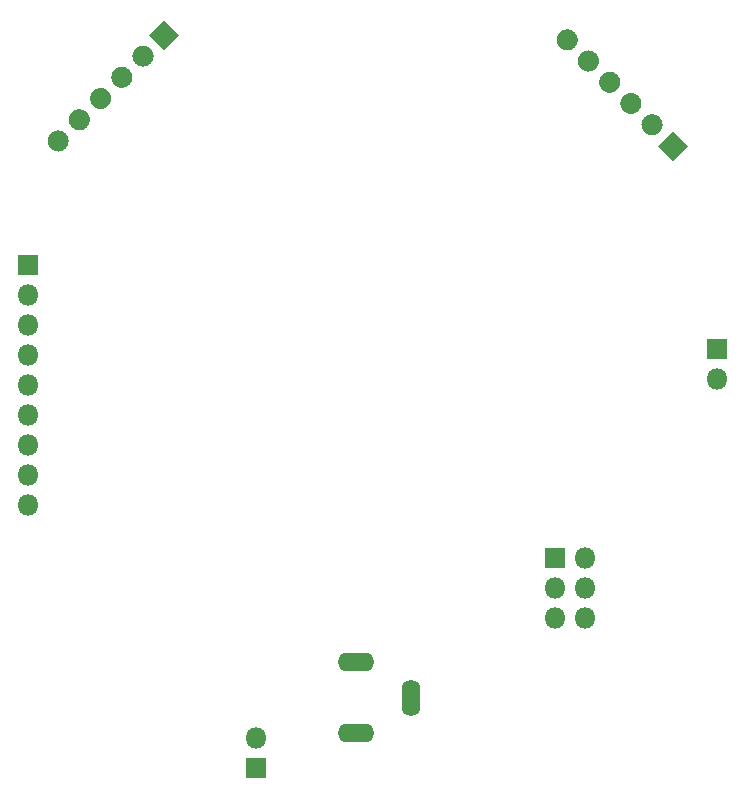
<source format=gbr>
%TF.GenerationSoftware,KiCad,Pcbnew,(5.1.6-0-10_14)*%
%TF.CreationDate,2020-08-15T13:55:16+01:00*%
%TF.ProjectId,arduino,61726475-696e-46f2-9e6b-696361645f70,rev?*%
%TF.SameCoordinates,Original*%
%TF.FileFunction,Soldermask,Bot*%
%TF.FilePolarity,Negative*%
%FSLAX46Y46*%
G04 Gerber Fmt 4.6, Leading zero omitted, Abs format (unit mm)*
G04 Created by KiCad (PCBNEW (5.1.6-0-10_14)) date 2020-08-15 13:55:16*
%MOMM*%
%LPD*%
G01*
G04 APERTURE LIST*
%ADD10O,3.116000X1.608000*%
%ADD11O,1.608000X3.116000*%
%ADD12R,1.800000X1.800000*%
%ADD13O,1.800000X1.800000*%
%ADD14C,0.100000*%
G04 APERTURE END LIST*
D10*
%TO.C,J1*%
X61000000Y-79300000D03*
X61000000Y-85300000D03*
D11*
X65700000Y-82300000D03*
%TD*%
D12*
%TO.C,J2*%
X52600000Y-88300000D03*
D13*
X52600000Y-85760000D03*
%TD*%
%TO.C,J3*%
X91600000Y-55340000D03*
D12*
X91600000Y-52800000D03*
%TD*%
%TO.C,J4*%
X77900000Y-70500000D03*
D13*
X80440000Y-70500000D03*
X77900000Y-73040000D03*
X80440000Y-73040000D03*
X77900000Y-75580000D03*
X80440000Y-75580000D03*
%TD*%
D14*
%TO.C,J5*%
G36*
X43527208Y-26200000D02*
G01*
X44800000Y-24927208D01*
X46072792Y-26200000D01*
X44800000Y-27472792D01*
X43527208Y-26200000D01*
G37*
G36*
G01*
X42367553Y-27359655D02*
X42367553Y-27359655D01*
G75*
G02*
X43640345Y-27359655I636396J-636396D01*
G01*
X43640345Y-27359655D01*
G75*
G02*
X43640345Y-28632447I-636396J-636396D01*
G01*
X43640345Y-28632447D01*
G75*
G02*
X42367553Y-28632447I-636396J636396D01*
G01*
X42367553Y-28632447D01*
G75*
G02*
X42367553Y-27359655I636396J636396D01*
G01*
G37*
G36*
G01*
X40571502Y-29155706D02*
X40571502Y-29155706D01*
G75*
G02*
X41844294Y-29155706I636396J-636396D01*
G01*
X41844294Y-29155706D01*
G75*
G02*
X41844294Y-30428498I-636396J-636396D01*
G01*
X41844294Y-30428498D01*
G75*
G02*
X40571502Y-30428498I-636396J636396D01*
G01*
X40571502Y-30428498D01*
G75*
G02*
X40571502Y-29155706I636396J636396D01*
G01*
G37*
G36*
G01*
X38775450Y-30951758D02*
X38775450Y-30951758D01*
G75*
G02*
X40048242Y-30951758I636396J-636396D01*
G01*
X40048242Y-30951758D01*
G75*
G02*
X40048242Y-32224550I-636396J-636396D01*
G01*
X40048242Y-32224550D01*
G75*
G02*
X38775450Y-32224550I-636396J636396D01*
G01*
X38775450Y-32224550D01*
G75*
G02*
X38775450Y-30951758I636396J636396D01*
G01*
G37*
G36*
G01*
X36979399Y-32747809D02*
X36979399Y-32747809D01*
G75*
G02*
X38252191Y-32747809I636396J-636396D01*
G01*
X38252191Y-32747809D01*
G75*
G02*
X38252191Y-34020601I-636396J-636396D01*
G01*
X38252191Y-34020601D01*
G75*
G02*
X36979399Y-34020601I-636396J636396D01*
G01*
X36979399Y-34020601D01*
G75*
G02*
X36979399Y-32747809I636396J636396D01*
G01*
G37*
G36*
G01*
X35183348Y-34543860D02*
X35183348Y-34543860D01*
G75*
G02*
X36456140Y-34543860I636396J-636396D01*
G01*
X36456140Y-34543860D01*
G75*
G02*
X36456140Y-35816652I-636396J-636396D01*
G01*
X36456140Y-35816652D01*
G75*
G02*
X35183348Y-35816652I-636396J636396D01*
G01*
X35183348Y-35816652D01*
G75*
G02*
X35183348Y-34543860I636396J636396D01*
G01*
G37*
%TD*%
%TO.C,J6*%
G36*
G01*
X79556140Y-25983348D02*
X79556140Y-25983348D01*
G75*
G02*
X79556140Y-27256140I-636396J-636396D01*
G01*
X79556140Y-27256140D01*
G75*
G02*
X78283348Y-27256140I-636396J636396D01*
G01*
X78283348Y-27256140D01*
G75*
G02*
X78283348Y-25983348I636396J636396D01*
G01*
X78283348Y-25983348D01*
G75*
G02*
X79556140Y-25983348I636396J-636396D01*
G01*
G37*
G36*
G01*
X81352191Y-27779399D02*
X81352191Y-27779399D01*
G75*
G02*
X81352191Y-29052191I-636396J-636396D01*
G01*
X81352191Y-29052191D01*
G75*
G02*
X80079399Y-29052191I-636396J636396D01*
G01*
X80079399Y-29052191D01*
G75*
G02*
X80079399Y-27779399I636396J636396D01*
G01*
X80079399Y-27779399D01*
G75*
G02*
X81352191Y-27779399I636396J-636396D01*
G01*
G37*
G36*
G01*
X83148242Y-29575450D02*
X83148242Y-29575450D01*
G75*
G02*
X83148242Y-30848242I-636396J-636396D01*
G01*
X83148242Y-30848242D01*
G75*
G02*
X81875450Y-30848242I-636396J636396D01*
G01*
X81875450Y-30848242D01*
G75*
G02*
X81875450Y-29575450I636396J636396D01*
G01*
X81875450Y-29575450D01*
G75*
G02*
X83148242Y-29575450I636396J-636396D01*
G01*
G37*
G36*
G01*
X84944294Y-31371502D02*
X84944294Y-31371502D01*
G75*
G02*
X84944294Y-32644294I-636396J-636396D01*
G01*
X84944294Y-32644294D01*
G75*
G02*
X83671502Y-32644294I-636396J636396D01*
G01*
X83671502Y-32644294D01*
G75*
G02*
X83671502Y-31371502I636396J636396D01*
G01*
X83671502Y-31371502D01*
G75*
G02*
X84944294Y-31371502I636396J-636396D01*
G01*
G37*
G36*
G01*
X86740345Y-33167553D02*
X86740345Y-33167553D01*
G75*
G02*
X86740345Y-34440345I-636396J-636396D01*
G01*
X86740345Y-34440345D01*
G75*
G02*
X85467553Y-34440345I-636396J636396D01*
G01*
X85467553Y-34440345D01*
G75*
G02*
X85467553Y-33167553I636396J636396D01*
G01*
X85467553Y-33167553D01*
G75*
G02*
X86740345Y-33167553I636396J-636396D01*
G01*
G37*
G36*
X87900000Y-34327208D02*
G01*
X89172792Y-35600000D01*
X87900000Y-36872792D01*
X86627208Y-35600000D01*
X87900000Y-34327208D01*
G37*
%TD*%
D12*
%TO.C,J7*%
X33300000Y-45700000D03*
D13*
X33300000Y-48240000D03*
X33300000Y-50780000D03*
X33300000Y-53320000D03*
X33300000Y-55860000D03*
X33300000Y-58400000D03*
X33300000Y-60940000D03*
X33300000Y-63480000D03*
X33300000Y-66020000D03*
%TD*%
M02*

</source>
